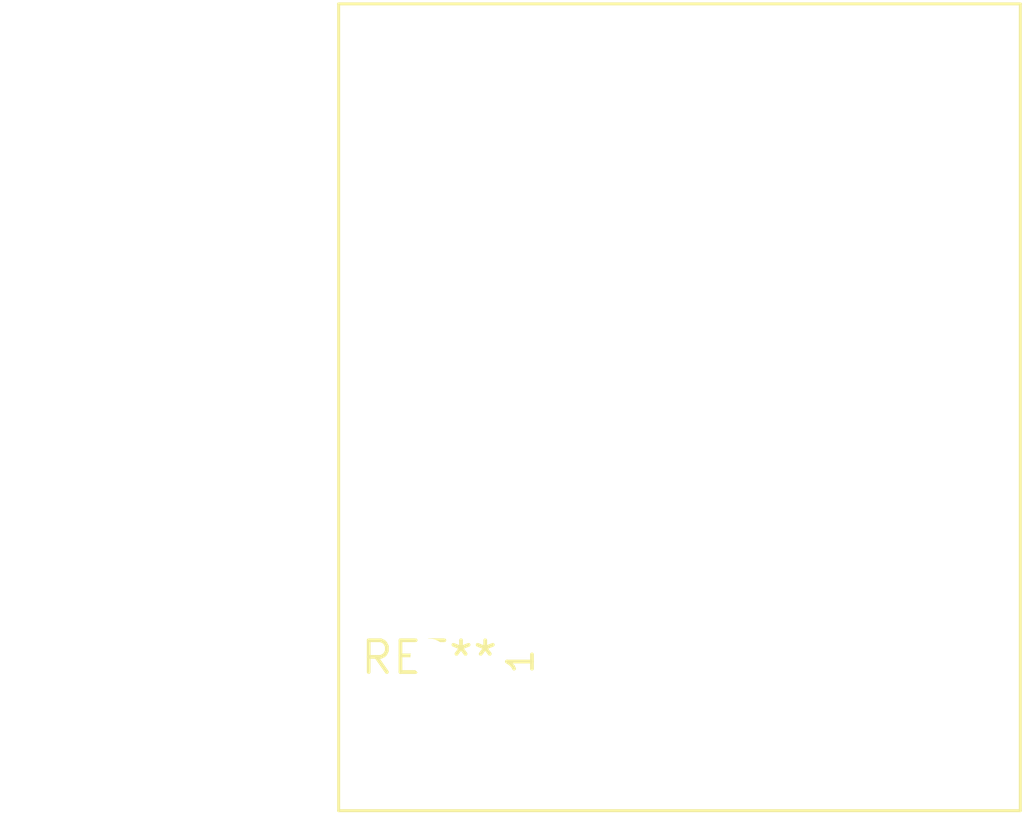
<source format=kicad_pcb>
(kicad_pcb (version 20240108) (generator pcbnew)
  (layers (0 "F.Cu" signal) (31 "B.Cu" signal) (34 "B.Paste" user) (35 "F.Paste" user) (36 "B.SilkS" user "B.Silkscreen") (37 "F.SilkS" user "F.Silkscreen") (38 "B.Mask" user) (39 "F.Mask" user) (44 "Edge.Cuts" user))
  (net 0 "")
  (footprint "Transformer_CHK_EI30-2VA_Neutral" (layer "F.Cu") (at 0 0)
    (property "Reference" "REF**")
    (property "Value" "Transformer_CHK_EI30-2VA_Neutral")
    (fp_line (start -3.62 -26.12) (end -3.62 6.12) (layer "F.SilkS") (stroke (width 0.12)))
    (fp_line (start -3.62 -26.12) (end 23.62 -26.12) (layer "F.SilkS") (stroke (width 0.12)))
    (fp_line (start 23.62 6.12) (end -3.62 6.12) (layer "F.SilkS") (stroke (width 0.12)))
    (fp_line (start 23.62 6.12) (end 23.62 -26.12) (layer "F.SilkS") (stroke (width 0.12)))
    (fp_text user "1" (at 3.65 0.16 90) (layer "F.SilkS"))
    (pad "1" thru_hole circle (at 0 0) (size 3 3) (drill 1.5) (layers *.Cu *.Mask) (remove_unused_layers))
    (pad "2" thru_hole circle (at 0 -5) (size 3 3) (drill 1.5) (layers *.Cu *.Mask) (remove_unused_layers))
    (pad "3" thru_hole circle (at 0 -10) (size 3 3) (drill 1.5) (layers *.Cu *.Mask) (remove_unused_layers))
    (pad "4" thru_hole circle (at 0 -15) (size 3 3) (drill 1.5) (layers *.Cu *.Mask) (remove_unused_layers))
    (pad "5" thru_hole circle (at 0 -20) (size 3 3) (drill 1.5) (layers *.Cu *.Mask) (remove_unused_layers))
    (pad "6" thru_hole circle (at 20 -20) (size 3 3) (drill 1.5) (layers *.Cu *.Mask) (remove_unused_layers))
    (pad "7" thru_hole circle (at 20 -15) (size 3 3) (drill 1.5) (layers *.Cu *.Mask) (remove_unused_layers))
    (pad "8" thru_hole circle (at 20 -10) (size 3 3) (drill 1.5) (layers *.Cu *.Mask) (remove_unused_layers))
    (pad "9" thru_hole circle (at 20 -5) (size 3 3) (drill 1.5) (layers *.Cu *.Mask) (remove_unused_layers))
    (pad "10" thru_hole circle (at 20 0) (size 3 3) (drill 1.5) (layers *.Cu *.Mask) (remove_unused_layers))
  )
)
</source>
